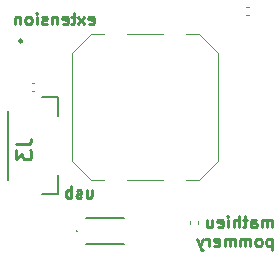
<source format=gbr>
%TF.GenerationSoftware,KiCad,Pcbnew,9.0.6-rc1*%
%TF.CreationDate,2025-12-21T23:59:12+01:00*%
%TF.ProjectId,PCB_PAPI,5043425f-5041-4504-992e-6b696361645f,rev?*%
%TF.SameCoordinates,Original*%
%TF.FileFunction,Legend,Bot*%
%TF.FilePolarity,Positive*%
%FSLAX46Y46*%
G04 Gerber Fmt 4.6, Leading zero omitted, Abs format (unit mm)*
G04 Created by KiCad (PCBNEW 9.0.6-rc1) date 2025-12-21 23:59:12*
%MOMM*%
%LPD*%
G01*
G04 APERTURE LIST*
%ADD10C,0.250000*%
%ADD11C,0.254000*%
%ADD12C,0.200000*%
%ADD13C,0.120000*%
%ADD14C,0.100000*%
G04 APERTURE END LIST*
D10*
X178222431Y-86254675D02*
X178222431Y-85588008D01*
X178222431Y-85683246D02*
X178174812Y-85635627D01*
X178174812Y-85635627D02*
X178079574Y-85588008D01*
X178079574Y-85588008D02*
X177936717Y-85588008D01*
X177936717Y-85588008D02*
X177841479Y-85635627D01*
X177841479Y-85635627D02*
X177793860Y-85730865D01*
X177793860Y-85730865D02*
X177793860Y-86254675D01*
X177793860Y-85730865D02*
X177746241Y-85635627D01*
X177746241Y-85635627D02*
X177651003Y-85588008D01*
X177651003Y-85588008D02*
X177508146Y-85588008D01*
X177508146Y-85588008D02*
X177412907Y-85635627D01*
X177412907Y-85635627D02*
X177365288Y-85730865D01*
X177365288Y-85730865D02*
X177365288Y-86254675D01*
X176460527Y-86254675D02*
X176460527Y-85730865D01*
X176460527Y-85730865D02*
X176508146Y-85635627D01*
X176508146Y-85635627D02*
X176603384Y-85588008D01*
X176603384Y-85588008D02*
X176793860Y-85588008D01*
X176793860Y-85588008D02*
X176889098Y-85635627D01*
X176460527Y-86207056D02*
X176555765Y-86254675D01*
X176555765Y-86254675D02*
X176793860Y-86254675D01*
X176793860Y-86254675D02*
X176889098Y-86207056D01*
X176889098Y-86207056D02*
X176936717Y-86111817D01*
X176936717Y-86111817D02*
X176936717Y-86016579D01*
X176936717Y-86016579D02*
X176889098Y-85921341D01*
X176889098Y-85921341D02*
X176793860Y-85873722D01*
X176793860Y-85873722D02*
X176555765Y-85873722D01*
X176555765Y-85873722D02*
X176460527Y-85826103D01*
X176127193Y-85588008D02*
X175746241Y-85588008D01*
X175984336Y-85254675D02*
X175984336Y-86111817D01*
X175984336Y-86111817D02*
X175936717Y-86207056D01*
X175936717Y-86207056D02*
X175841479Y-86254675D01*
X175841479Y-86254675D02*
X175746241Y-86254675D01*
X175412907Y-86254675D02*
X175412907Y-85254675D01*
X174984336Y-86254675D02*
X174984336Y-85730865D01*
X174984336Y-85730865D02*
X175031955Y-85635627D01*
X175031955Y-85635627D02*
X175127193Y-85588008D01*
X175127193Y-85588008D02*
X175270050Y-85588008D01*
X175270050Y-85588008D02*
X175365288Y-85635627D01*
X175365288Y-85635627D02*
X175412907Y-85683246D01*
X174508145Y-86254675D02*
X174508145Y-85588008D01*
X174508145Y-85254675D02*
X174555764Y-85302294D01*
X174555764Y-85302294D02*
X174508145Y-85349913D01*
X174508145Y-85349913D02*
X174460526Y-85302294D01*
X174460526Y-85302294D02*
X174508145Y-85254675D01*
X174508145Y-85254675D02*
X174508145Y-85349913D01*
X173651003Y-86207056D02*
X173746241Y-86254675D01*
X173746241Y-86254675D02*
X173936717Y-86254675D01*
X173936717Y-86254675D02*
X174031955Y-86207056D01*
X174031955Y-86207056D02*
X174079574Y-86111817D01*
X174079574Y-86111817D02*
X174079574Y-85730865D01*
X174079574Y-85730865D02*
X174031955Y-85635627D01*
X174031955Y-85635627D02*
X173936717Y-85588008D01*
X173936717Y-85588008D02*
X173746241Y-85588008D01*
X173746241Y-85588008D02*
X173651003Y-85635627D01*
X173651003Y-85635627D02*
X173603384Y-85730865D01*
X173603384Y-85730865D02*
X173603384Y-85826103D01*
X173603384Y-85826103D02*
X174079574Y-85921341D01*
X172746241Y-85588008D02*
X172746241Y-86254675D01*
X173174812Y-85588008D02*
X173174812Y-86111817D01*
X173174812Y-86111817D02*
X173127193Y-86207056D01*
X173127193Y-86207056D02*
X173031955Y-86254675D01*
X173031955Y-86254675D02*
X172889098Y-86254675D01*
X172889098Y-86254675D02*
X172793860Y-86207056D01*
X172793860Y-86207056D02*
X172746241Y-86159436D01*
X178222431Y-87197952D02*
X178222431Y-88197952D01*
X178222431Y-87245571D02*
X178127193Y-87197952D01*
X178127193Y-87197952D02*
X177936717Y-87197952D01*
X177936717Y-87197952D02*
X177841479Y-87245571D01*
X177841479Y-87245571D02*
X177793860Y-87293190D01*
X177793860Y-87293190D02*
X177746241Y-87388428D01*
X177746241Y-87388428D02*
X177746241Y-87674142D01*
X177746241Y-87674142D02*
X177793860Y-87769380D01*
X177793860Y-87769380D02*
X177841479Y-87817000D01*
X177841479Y-87817000D02*
X177936717Y-87864619D01*
X177936717Y-87864619D02*
X178127193Y-87864619D01*
X178127193Y-87864619D02*
X178222431Y-87817000D01*
X177174812Y-87864619D02*
X177270050Y-87817000D01*
X177270050Y-87817000D02*
X177317669Y-87769380D01*
X177317669Y-87769380D02*
X177365288Y-87674142D01*
X177365288Y-87674142D02*
X177365288Y-87388428D01*
X177365288Y-87388428D02*
X177317669Y-87293190D01*
X177317669Y-87293190D02*
X177270050Y-87245571D01*
X177270050Y-87245571D02*
X177174812Y-87197952D01*
X177174812Y-87197952D02*
X177031955Y-87197952D01*
X177031955Y-87197952D02*
X176936717Y-87245571D01*
X176936717Y-87245571D02*
X176889098Y-87293190D01*
X176889098Y-87293190D02*
X176841479Y-87388428D01*
X176841479Y-87388428D02*
X176841479Y-87674142D01*
X176841479Y-87674142D02*
X176889098Y-87769380D01*
X176889098Y-87769380D02*
X176936717Y-87817000D01*
X176936717Y-87817000D02*
X177031955Y-87864619D01*
X177031955Y-87864619D02*
X177174812Y-87864619D01*
X176412907Y-87864619D02*
X176412907Y-87197952D01*
X176412907Y-87293190D02*
X176365288Y-87245571D01*
X176365288Y-87245571D02*
X176270050Y-87197952D01*
X176270050Y-87197952D02*
X176127193Y-87197952D01*
X176127193Y-87197952D02*
X176031955Y-87245571D01*
X176031955Y-87245571D02*
X175984336Y-87340809D01*
X175984336Y-87340809D02*
X175984336Y-87864619D01*
X175984336Y-87340809D02*
X175936717Y-87245571D01*
X175936717Y-87245571D02*
X175841479Y-87197952D01*
X175841479Y-87197952D02*
X175698622Y-87197952D01*
X175698622Y-87197952D02*
X175603383Y-87245571D01*
X175603383Y-87245571D02*
X175555764Y-87340809D01*
X175555764Y-87340809D02*
X175555764Y-87864619D01*
X175079574Y-87864619D02*
X175079574Y-87197952D01*
X175079574Y-87293190D02*
X175031955Y-87245571D01*
X175031955Y-87245571D02*
X174936717Y-87197952D01*
X174936717Y-87197952D02*
X174793860Y-87197952D01*
X174793860Y-87197952D02*
X174698622Y-87245571D01*
X174698622Y-87245571D02*
X174651003Y-87340809D01*
X174651003Y-87340809D02*
X174651003Y-87864619D01*
X174651003Y-87340809D02*
X174603384Y-87245571D01*
X174603384Y-87245571D02*
X174508146Y-87197952D01*
X174508146Y-87197952D02*
X174365289Y-87197952D01*
X174365289Y-87197952D02*
X174270050Y-87245571D01*
X174270050Y-87245571D02*
X174222431Y-87340809D01*
X174222431Y-87340809D02*
X174222431Y-87864619D01*
X173365289Y-87817000D02*
X173460527Y-87864619D01*
X173460527Y-87864619D02*
X173651003Y-87864619D01*
X173651003Y-87864619D02*
X173746241Y-87817000D01*
X173746241Y-87817000D02*
X173793860Y-87721761D01*
X173793860Y-87721761D02*
X173793860Y-87340809D01*
X173793860Y-87340809D02*
X173746241Y-87245571D01*
X173746241Y-87245571D02*
X173651003Y-87197952D01*
X173651003Y-87197952D02*
X173460527Y-87197952D01*
X173460527Y-87197952D02*
X173365289Y-87245571D01*
X173365289Y-87245571D02*
X173317670Y-87340809D01*
X173317670Y-87340809D02*
X173317670Y-87436047D01*
X173317670Y-87436047D02*
X173793860Y-87531285D01*
X172889098Y-87864619D02*
X172889098Y-87197952D01*
X172889098Y-87388428D02*
X172841479Y-87293190D01*
X172841479Y-87293190D02*
X172793860Y-87245571D01*
X172793860Y-87245571D02*
X172698622Y-87197952D01*
X172698622Y-87197952D02*
X172603384Y-87197952D01*
X172365288Y-87197952D02*
X172127193Y-87864619D01*
X171889098Y-87197952D02*
X172127193Y-87864619D01*
X172127193Y-87864619D02*
X172222431Y-88102714D01*
X172222431Y-88102714D02*
X172270050Y-88150333D01*
X172270050Y-88150333D02*
X172365288Y-88197952D01*
X162741479Y-69017000D02*
X162836717Y-69064619D01*
X162836717Y-69064619D02*
X163027193Y-69064619D01*
X163027193Y-69064619D02*
X163122431Y-69017000D01*
X163122431Y-69017000D02*
X163170050Y-68921761D01*
X163170050Y-68921761D02*
X163170050Y-68540809D01*
X163170050Y-68540809D02*
X163122431Y-68445571D01*
X163122431Y-68445571D02*
X163027193Y-68397952D01*
X163027193Y-68397952D02*
X162836717Y-68397952D01*
X162836717Y-68397952D02*
X162741479Y-68445571D01*
X162741479Y-68445571D02*
X162693860Y-68540809D01*
X162693860Y-68540809D02*
X162693860Y-68636047D01*
X162693860Y-68636047D02*
X163170050Y-68731285D01*
X162360526Y-69064619D02*
X161836717Y-68397952D01*
X162360526Y-68397952D02*
X161836717Y-69064619D01*
X161598621Y-68397952D02*
X161217669Y-68397952D01*
X161455764Y-68064619D02*
X161455764Y-68921761D01*
X161455764Y-68921761D02*
X161408145Y-69017000D01*
X161408145Y-69017000D02*
X161312907Y-69064619D01*
X161312907Y-69064619D02*
X161217669Y-69064619D01*
X160503383Y-69017000D02*
X160598621Y-69064619D01*
X160598621Y-69064619D02*
X160789097Y-69064619D01*
X160789097Y-69064619D02*
X160884335Y-69017000D01*
X160884335Y-69017000D02*
X160931954Y-68921761D01*
X160931954Y-68921761D02*
X160931954Y-68540809D01*
X160931954Y-68540809D02*
X160884335Y-68445571D01*
X160884335Y-68445571D02*
X160789097Y-68397952D01*
X160789097Y-68397952D02*
X160598621Y-68397952D01*
X160598621Y-68397952D02*
X160503383Y-68445571D01*
X160503383Y-68445571D02*
X160455764Y-68540809D01*
X160455764Y-68540809D02*
X160455764Y-68636047D01*
X160455764Y-68636047D02*
X160931954Y-68731285D01*
X160027192Y-68397952D02*
X160027192Y-69064619D01*
X160027192Y-68493190D02*
X159979573Y-68445571D01*
X159979573Y-68445571D02*
X159884335Y-68397952D01*
X159884335Y-68397952D02*
X159741478Y-68397952D01*
X159741478Y-68397952D02*
X159646240Y-68445571D01*
X159646240Y-68445571D02*
X159598621Y-68540809D01*
X159598621Y-68540809D02*
X159598621Y-69064619D01*
X159170049Y-69017000D02*
X159074811Y-69064619D01*
X159074811Y-69064619D02*
X158884335Y-69064619D01*
X158884335Y-69064619D02*
X158789097Y-69017000D01*
X158789097Y-69017000D02*
X158741478Y-68921761D01*
X158741478Y-68921761D02*
X158741478Y-68874142D01*
X158741478Y-68874142D02*
X158789097Y-68778904D01*
X158789097Y-68778904D02*
X158884335Y-68731285D01*
X158884335Y-68731285D02*
X159027192Y-68731285D01*
X159027192Y-68731285D02*
X159122430Y-68683666D01*
X159122430Y-68683666D02*
X159170049Y-68588428D01*
X159170049Y-68588428D02*
X159170049Y-68540809D01*
X159170049Y-68540809D02*
X159122430Y-68445571D01*
X159122430Y-68445571D02*
X159027192Y-68397952D01*
X159027192Y-68397952D02*
X158884335Y-68397952D01*
X158884335Y-68397952D02*
X158789097Y-68445571D01*
X158312906Y-69064619D02*
X158312906Y-68397952D01*
X158312906Y-68064619D02*
X158360525Y-68112238D01*
X158360525Y-68112238D02*
X158312906Y-68159857D01*
X158312906Y-68159857D02*
X158265287Y-68112238D01*
X158265287Y-68112238D02*
X158312906Y-68064619D01*
X158312906Y-68064619D02*
X158312906Y-68159857D01*
X157693859Y-69064619D02*
X157789097Y-69017000D01*
X157789097Y-69017000D02*
X157836716Y-68969380D01*
X157836716Y-68969380D02*
X157884335Y-68874142D01*
X157884335Y-68874142D02*
X157884335Y-68588428D01*
X157884335Y-68588428D02*
X157836716Y-68493190D01*
X157836716Y-68493190D02*
X157789097Y-68445571D01*
X157789097Y-68445571D02*
X157693859Y-68397952D01*
X157693859Y-68397952D02*
X157551002Y-68397952D01*
X157551002Y-68397952D02*
X157455764Y-68445571D01*
X157455764Y-68445571D02*
X157408145Y-68493190D01*
X157408145Y-68493190D02*
X157360526Y-68588428D01*
X157360526Y-68588428D02*
X157360526Y-68874142D01*
X157360526Y-68874142D02*
X157408145Y-68969380D01*
X157408145Y-68969380D02*
X157455764Y-69017000D01*
X157455764Y-69017000D02*
X157551002Y-69064619D01*
X157551002Y-69064619D02*
X157693859Y-69064619D01*
X156931954Y-68397952D02*
X156931954Y-69064619D01*
X156931954Y-68493190D02*
X156884335Y-68445571D01*
X156884335Y-68445571D02*
X156789097Y-68397952D01*
X156789097Y-68397952D02*
X156646240Y-68397952D01*
X156646240Y-68397952D02*
X156551002Y-68445571D01*
X156551002Y-68445571D02*
X156503383Y-68540809D01*
X156503383Y-68540809D02*
X156503383Y-69064619D01*
X162538860Y-83097952D02*
X162538860Y-83764619D01*
X162967431Y-83097952D02*
X162967431Y-83621761D01*
X162967431Y-83621761D02*
X162919812Y-83717000D01*
X162919812Y-83717000D02*
X162824574Y-83764619D01*
X162824574Y-83764619D02*
X162681717Y-83764619D01*
X162681717Y-83764619D02*
X162586479Y-83717000D01*
X162586479Y-83717000D02*
X162538860Y-83669380D01*
X162110288Y-83717000D02*
X162015050Y-83764619D01*
X162015050Y-83764619D02*
X161824574Y-83764619D01*
X161824574Y-83764619D02*
X161729336Y-83717000D01*
X161729336Y-83717000D02*
X161681717Y-83621761D01*
X161681717Y-83621761D02*
X161681717Y-83574142D01*
X161681717Y-83574142D02*
X161729336Y-83478904D01*
X161729336Y-83478904D02*
X161824574Y-83431285D01*
X161824574Y-83431285D02*
X161967431Y-83431285D01*
X161967431Y-83431285D02*
X162062669Y-83383666D01*
X162062669Y-83383666D02*
X162110288Y-83288428D01*
X162110288Y-83288428D02*
X162110288Y-83240809D01*
X162110288Y-83240809D02*
X162062669Y-83145571D01*
X162062669Y-83145571D02*
X161967431Y-83097952D01*
X161967431Y-83097952D02*
X161824574Y-83097952D01*
X161824574Y-83097952D02*
X161729336Y-83145571D01*
X161253145Y-83764619D02*
X161253145Y-82764619D01*
X161253145Y-83145571D02*
X161157907Y-83097952D01*
X161157907Y-83097952D02*
X160967431Y-83097952D01*
X160967431Y-83097952D02*
X160872193Y-83145571D01*
X160872193Y-83145571D02*
X160824574Y-83193190D01*
X160824574Y-83193190D02*
X160776955Y-83288428D01*
X160776955Y-83288428D02*
X160776955Y-83574142D01*
X160776955Y-83574142D02*
X160824574Y-83669380D01*
X160824574Y-83669380D02*
X160872193Y-83717000D01*
X160872193Y-83717000D02*
X160967431Y-83764619D01*
X160967431Y-83764619D02*
X161157907Y-83764619D01*
X161157907Y-83764619D02*
X161253145Y-83717000D01*
D11*
X156595018Y-79209887D02*
X157502161Y-79209887D01*
X157502161Y-79209887D02*
X157683589Y-79149410D01*
X157683589Y-79149410D02*
X157804542Y-79028458D01*
X157804542Y-79028458D02*
X157865018Y-78847029D01*
X157865018Y-78847029D02*
X157865018Y-78726077D01*
X156595018Y-79693696D02*
X156595018Y-80479887D01*
X156595018Y-80479887D02*
X157078827Y-80056553D01*
X157078827Y-80056553D02*
X157078827Y-80237982D01*
X157078827Y-80237982D02*
X157139303Y-80358934D01*
X157139303Y-80358934D02*
X157199780Y-80419410D01*
X157199780Y-80419410D02*
X157320732Y-80479887D01*
X157320732Y-80479887D02*
X157623113Y-80479887D01*
X157623113Y-80479887D02*
X157744065Y-80419410D01*
X157744065Y-80419410D02*
X157804542Y-80358934D01*
X157804542Y-80358934D02*
X157865018Y-80237982D01*
X157865018Y-80237982D02*
X157865018Y-79875125D01*
X157865018Y-79875125D02*
X157804542Y-79754172D01*
X157804542Y-79754172D02*
X157744065Y-79693696D01*
D12*
%TO.C,J3*%
X155875000Y-82200000D02*
X155875000Y-76400000D01*
X160125000Y-83425000D02*
X158725000Y-83425000D01*
X160125000Y-75175000D02*
X158725000Y-75175000D01*
X160125000Y-83425000D02*
X160125000Y-81800000D01*
X160125000Y-75175000D02*
X160125000Y-76800000D01*
D13*
%TO.C,C2*%
X158107836Y-73990000D02*
X157892164Y-73990000D01*
X158107836Y-74710000D02*
X157892164Y-74710000D01*
D10*
%TO.C,IC5*%
X157075000Y-70475000D02*
G75*
G02*
X156825000Y-70475000I-125000J0D01*
G01*
X156825000Y-70475000D02*
G75*
G02*
X157075000Y-70475000I125000J0D01*
G01*
D13*
%TO.C,C62*%
X171290000Y-85751665D02*
X171290000Y-85983335D01*
X172010000Y-85751665D02*
X172010000Y-85983335D01*
%TO.C,C45*%
X176067164Y-67590000D02*
X176282836Y-67590000D01*
X176067164Y-68310000D02*
X176282836Y-68310000D01*
D14*
%TO.C,SW1*%
X161625000Y-86550000D02*
X161625000Y-86550000D01*
X161725000Y-86550000D02*
X161725000Y-86550000D01*
D12*
X162500000Y-85450000D02*
X165725000Y-85450000D01*
X162525000Y-87650000D02*
X165725000Y-87650000D01*
D14*
X161625000Y-86550000D02*
G75*
G02*
X161725000Y-86550000I50000J0D01*
G01*
X161725000Y-86550000D02*
G75*
G02*
X161625000Y-86550000I-50000J0D01*
G01*
D13*
%TO.C,SW2*%
X161300000Y-71450000D02*
X161300000Y-80650000D01*
X161300000Y-80650000D02*
X162900000Y-82250000D01*
X162900000Y-69850000D02*
X161300000Y-71450000D01*
X164050000Y-69850000D02*
X162900000Y-69850000D01*
X164050000Y-82250000D02*
X162900000Y-82250000D01*
X165950000Y-69850000D02*
X169050000Y-69850000D01*
X165950000Y-82250000D02*
X169050000Y-82250000D01*
X170950000Y-69850000D02*
X172100000Y-69850000D01*
X170950000Y-82250000D02*
X172100000Y-82250000D01*
X172100000Y-69850000D02*
X173700000Y-71450000D01*
X173700000Y-71450000D02*
X173700000Y-80650000D01*
X173700000Y-80650000D02*
X172100000Y-82250000D01*
%TD*%
M02*

</source>
